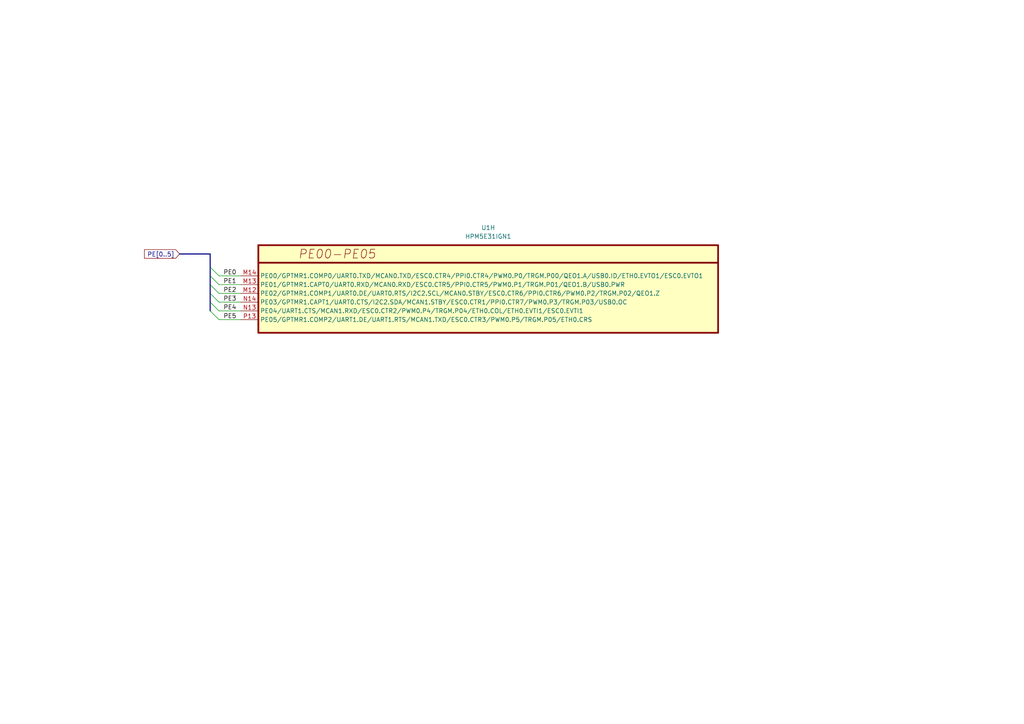
<source format=kicad_sch>
(kicad_sch (version 20250114) (generator "eeschema") (generator_version "9.0")
  (paper "A4")
  (lib_symbols
    (symbol "HPM5E00_Library:HPM5E31IGN1"
      (property "Reference" "U" (at 2.54 1.27 0))
      (property "Value" "HPM5E31IGN1" (at 12.7 1.27 0))
      (symbol "HPM5E31IGN1_1_1"
        (rectangle (start 0 0) (end 35.56 -60.96) (stroke (width 0.508)) (fill (type background)))
        (polyline (pts (xy 0 -40.64) (xy 35.56 -40.64)) (stroke (width 0.508)))
        (polyline (pts (xy 9.525 -6.35) (xy 15.24 -6.35) (xy 15.24 -10.16) (xy 14.605 -9.525) (xy 15.24 -10.16) (xy 15.875 -9.525)))
        (rectangle (start 11.43 -11.43) (end 19.05 -13.97))
        (polyline (pts (xy 15.24 -15.24) (xy 15.24 -19.05) (xy 9.525 -19.05) (xy 10.16 -18.415) (xy 9.525 -19.05) (xy 10.16 -19.685)))
        (text "DCDC_Domain" (at 10.16 -2.54 0) (effects (font (size 1.778 1.778))))
        (text "Analog_Domain" (at 11.43 -44.45 0) (effects (font (size 1.778 1.778))))
        (text "DCDC" (at 15.24 -12.7 0) (effects (font (size 1.27 1.27))))
        (pin power_in line (at -5.08 -6.35 0) (length 5.08) (name "DCDC_IN") (number "M1"))
        (pin power_in line (at -5.08 -8.89 0) (length 5.08) (name "DCDC_IN") (number "M2"))
        (pin power_in line (at -5.08 -16.51 0) (length 5.08) (name "DCDC_LP") (number "N2"))
        (pin power_in line (at -5.08 -19.05 0) (length 5.08) (name "DCDC_LP") (number "P3"))
        (pin power_in line (at -5.08 -27.94 0) (length 5.08) (name "DCDC_GND") (number "N1"))
        (pin power_in line (at -5.08 -30.48 0) (length 5.08) (name "DCDC_GND") (number "P2"))
        (pin power_in line (at -5.08 -48.26 0) (length 5.08) (name "VANA") (number "J9"))
        (pin power_in line (at -5.08 -55.88 0) (length 5.08) (name "VSSA") (number "H8"))
        (pin power_in line (at 40.64 -6.35 180) (length 5.08) (name "VDD_SOC") (number "F6"))
        (pin power_in line (at 40.64 -8.89 180) (length 5.08) (name "VDD_SOC") (number "F9"))
        (pin power_in line (at 40.64 -11.43 180) (length 5.08) (name "VDD_SOC") (number "G6"))
        (pin power_in line (at 40.64 -13.97 180) (length 5.08) (name "VDD_SOC") (number "G9"))
        (pin power_in line (at 40.64 -16.51 180) (length 5.08) (name "VDD_SOC") (number "H9"))
        (pin power_in line (at 40.64 -48.26 180) (length 5.08) (name "VREFH") (number "K9"))
        (pin power_in line (at 40.64 -55.88 180) (length 5.08) (name "VREFL") (number "J8"))
      )
      (symbol "HPM5E31IGN1_2_1"
        (rectangle (start 0 0) (end 35.56 -27.94) (stroke (width 0.508)) (fill (type background)))
        (pin power_in line (at -5.08 -5.08 0) (length 5.08) (name "VSS") (number "A1"))
        (pin power_in line (at -5.08 -7.62 0) (length 5.08) (name "VSS") (number "A14"))
        (pin power_in line (at -5.08 -10.16 0) (length 5.08) (name "VSS") (number "E5"))
        (pin power_in line (at -5.08 -12.7 0) (length 5.08) (name "VSS") (number "E10"))
        (pin power_in line (at -5.08 -15.24 0) (length 5.08) (name "VSS") (number "F7"))
        (pin power_in line (at -5.08 -17.78 0) (length 5.08) (name "VSS") (number "F8"))
        (pin power_in line (at -5.08 -20.32 0) (length 5.08) (name "VSS") (number "G7"))
        (pin power_in line (at -5.08 -22.86 0) (length 5.08) (name "VSS") (number "G8"))
        (pin power_in line (at 40.64 -5.08 180) (length 5.08) (name "VSS") (number "H7"))
        (pin power_in line (at 40.64 -7.62 180) (length 5.08) (name "VSS") (number "J7"))
        (pin power_in line (at 40.64 -10.16 180) (length 5.08) (name "VSS") (number "K5"))
        (pin power_in line (at 40.64 -12.7 180) (length 5.08) (name "VSS") (number "K10"))
        (pin power_in line (at 40.64 -15.24 180) (length 5.08) (name "VSS") (number "N3"))
        (pin power_in line (at 40.64 -17.78 180) (length 5.08) (name "VSS") (number "P1"))
        (pin power_in line (at 40.64 -20.32 180) (length 5.08) (name "VSS") (number "P14"))
      )
      (symbol "HPM5E31IGN1_3_1"
        (rectangle (start 0 0) (end 35.56 -45.72) (stroke (width 0.508)) (fill (type background)))
        (polyline (pts (xy 0 -25.4) (xy 35.56 -25.4)) (stroke (width 0.508)))
        (pin input line (at -5.08 -6.35 0) (length 5.08) (name "XTALI") (number "K14"))
        (pin input line (at -5.08 -16.51 0) (length 5.08) (name "XTALO") (number "K13"))
        (pin input line (at -5.08 -33.02 0) (length 5.08) (name "USB0_VBUS") (number "L12"))
        (pin input line (at 40.64 -6.35 180) (length 5.08) (name "RSTN") (number "M3"))
        (pin input line (at 40.64 -16.51 180) (length 5.08) (name "WKUP") (number "L3"))
        (pin input line (at 40.64 -33.02 180) (length 5.08) (name "USB0_DP") (number "L14"))
        (pin input line (at 40.64 -39.37 180) (length 5.08) (name "USB0_DN") (number "L13"))
      )
      (symbol "HPM5E31IGN1_4_1"
        (rectangle (start 0 0) (end 107.95 -96.52) (stroke (width 0.508)) (fill (type background)))
        (polyline (pts (xy 0 -17.78) (xy 107.95 -17.78)) (stroke (width 0.508)))
        (polyline (pts (xy 0 -46.99) (xy 107.95 -46.99)) (stroke (width 0.508) (type dash)))
        (text "PA00-PA09" (at 27.94 -15.24 0) (effects (font (size 2.54 2.54) (italic yes))))
        (text "PA16-PA31" (at 27.94 -49.53 0) (effects (font (size 2.54 2.54) (italic yes))))
        (pin input line (at -5.08 -3.81 0) (length 5.08) (name "VIO_B01") (number "E6"))
        (pin input line (at -5.08 -6.35 0) (length 5.08) (name "VIO_B01") (number "E7"))
        (pin input line (at -5.08 -8.89 0) (length 5.08) (name "VIO_B01") (number "E8"))
        (pin input line (at -5.08 -11.43 0) (length 5.08) (name "VIO_B01") (number "E9"))
        (pin input line (at -5.08 -13.97 0) (length 5.08) (name "VIO_B01") (number "K6"))
        (pin input line (at -5.08 -21.59 0) (length 5.08) (name "PA00/GPTMR1.COMP0/UART0.TXD/MCAN0.TXD/PWM0.P0/TRGM.P00/SYSCTL.CLK_OBS0") (number "G2"))
        (pin input line (at -5.08 -24.13 0) (length 5.08) (name "PA01/GPTMR1.CAPT0/UART0.RXD/MCAN0.RXD/PWM0.P1/TRGM.P01/SYSCTL.CLK_OBS2") (number "G3"))
        (pin input line (at -5.08 -26.67 0) (length 5.08) (name "PA02/GPTMR1.COMP1/UART0.DE/UART0.RTS/I2C2.SCL/MCAN0.STBY/PWM0.P2/TRGM.P02/SYSCTL.CLK_OBS1") (number "G4"))
        (pin input line (at -5.08 -29.21 0) (length 5.08) (name "PA03/GPTMR1.CAPT1/UART0.CTS/I2C2.SDA/MCAN1.STBY/PWM0.P3/TRGM.P03/SYSCTL.CLK_OBS3") (number "G5"))
        (pin input line (at -5.08 -31.75 0) (length 5.08) (name "PA04/UART1.CTS/SPI1.SCLK/MCAN1.RXD/PWM0.P4/TRGM.P04/JTAG.TDO") (number "F2"))
        (pin input line (at -5.08 -34.29 0) (length 5.08) (name "PA05/GPTMR1.COMP2/UART1.DE/UART1.RTS/SPI1.CS0/MCAN1.TXD/PWM0.P5/TRGM.P05/JTAG.TDI") (number "F3"))
        (pin input line (at -5.08 -36.83 0) (length 5.08) (name "PA06/GPTMR0.CAPT0/UART1.RXD/I2C3.SDA/SPI1.MISO/PWM0.P6/TRGM.P06/JTAG.TCK") (number "F4"))
        (pin input line (at -5.08 -39.37 0) (length 5.08) (name "PA07/GPTMR0.COMP0/UART1.TXD/I2C3.SCL/SPI1.MOSI/PWM0.P7/TRGM.P07/JTAG.TMS") (number "F5"))
        (pin input line (at -5.08 -41.91 0) (length 5.08) (name "PA08/GPTMR0.COMP1/UART2.TXD/I2C0.SCL/MCAN2.TXD/PWM1.P0/TRGM.P08/JTAG.TRST") (number "G1"))
        (pin input line (at -5.08 -44.45 0) (length 5.08) (name "PA09/GPTMR0.CAPT1/UART2.RXD/I2C0.SDA/MCAN2.RXD/ESC0.REFCK/PWM1.P1/TRGM.P09") (number "F1"))
        (pin input line (at -5.08 -53.34 0) (length 5.08) (name "PA16/GPTMR3.COMP0/UART4.TXD/ESC0.P0_RXDV/QEO1.A/SDM0.DAT3/EUI0.CK") (number "L1"))
        (pin input line (at -5.08 -55.88 0) (length 5.08) (name "PA17/GPTMR3.CAPT0/UART4.RXD/ESC0.P0_RXD0/QEO1.B/SDM0.CLK3/EUI0.SH") (number "L2"))
        (pin input line (at -5.08 -58.42 0) (length 5.08) (name "PA18/GPTMR3.COMP1/UART4.DE/UART4.RTS/ESC0.P0_RXD1/QEO1.Z/SDM0.DAT2/EUI0.DI") (number "K1"))
        (pin input line (at -5.08 -60.96 0) (length 5.08) (name "PA19/GPTMR3.CAPT1/UART4.CTS/SPI3.CS3/ESC0.P0_RXD2/SDM0.CLK2/EUI0.DO") (number "K2"))
        (pin input line (at -5.08 -63.5 0) (length 5.08) (name "PA20/UART5.CTS/SPI2.SCLK/ESC0.P0_RXD3/SDM0.DAT1") (number "J1"))
        (pin input line (at -5.08 -66.04 0) (length 5.08) (name "PA21/GPTMR3.COMP2/UART5.DE/UART5.RTS/SPI2.CS0/ESC0.P0_RXCK/QEO0.Z/SDM0.CLK1/OWR0.DAT") (number "J2"))
        (pin input line (at -5.08 -68.58 0) (length 5.08) (name "PA22/GPTMR2.CAPT0/UART5.RXD/SPI2.MISO/ETH0.TXER/QEO0.B/SDM0.DAT0/OWR1.DAT") (number "H1"))
        (pin input line (at -5.08 -71.12 0) (length 5.08) (name "PA23/GPTMR2.COMP0/UART5.TXD/SPI2.MOSI/ESC0.P0_RXER/ETH0.RXER/QEO0.A/SDM0.CLK0") (number "H2"))
        (pin input line (at -5.08 -73.66 0) (length 5.08) (name "PA24/GPTMR2.COMP1/UART6.TXD/SPI3.CS2/ESC0.P0_TXCK") (number "K3"))
        (pin input line (at -5.08 -76.2 0) (length 5.08) (name "PA25/GPTMR2.CAPT1/UART6.RXD/SPI3.CS1/ESC0.P0_TXD0/ESC0.CTR0") (number "K4"))
        (pin input line (at -5.08 -78.74 0) (length 5.08) (name "PA26/GPTMR2.COMP2/UART6.DE/UART6.RTS/SPI3.SCLK/ESC0.P0_TXD1/QEI1.H1/EWDG0.RST") (number "J3"))
        (pin input line (at -5.08 -81.28 0) (length 5.08) (name "PA27/UART6.CTS/SPI3.CS0/ESC0.P0_TXD2/QEI1.F") (number "J4"))
        (pin input line (at -5.08 -83.82 0) (length 5.08) (name "PA28/UART7.CTS/SPI3.MISO/ESC0.P0_TXD3/ESC0.CTR1/QEI1.H0") (number "J5"))
        (pin input line (at -5.08 -86.36 0) (length 5.08) (name "PA29/GPTMR3.COMP3/UART7.DE/UART7.RTS/SPI3.MOSI/ESC0.P0_TXEN/QEI1.Z") (number "H3"))
        (pin input line (at -5.08 -88.9 0) (length 5.08) (name "PA30/UART7.RXD/SPI3.DAT2/ESC0.MDIO/ETH0.MDIO/QEI1.A") (number "H4"))
        (pin input line (at -5.08 -91.44 0) (length 5.08) (name "PA31/GPTMR2.COMP3/UART7.TXD/SPI3.DAT3/ESC0.MDC/ETH0.MDC/QEI1.B") (number "H5"))
      )
      (symbol "HPM5E31IGN1_5_1"
        (rectangle (start 0 0) (end 95.25 -67.31) (stroke (width 0.508)) (fill (type background)))
        (polyline (pts (xy 0 -6.35) (xy 95.25 -6.35)) (stroke (width 0.508)))
        (polyline (pts (xy 0 -39.37) (xy 95.25 -39.37)) (stroke (width 0.508) (type dash)))
        (text "PB00-PB11" (at 26.67 -3.81 0) (effects (font (size 2.54 2.54) (italic yes))))
        (text "PB24-PB31" (at 26.67 -41.91 0) (effects (font (size 2.54 2.54) (italic yes))))
        (pin input line (at -5.08 -8.89 0) (length 5.08) (name "PB00/MCAN0.TXD/ESC0.P0_RXDV/PWM0.P0/TRGM.P00/ETH0.RXDV/QEO1.A") (number "E1"))
        (pin input line (at -5.08 -11.43 0) (length 5.08) (name "PB01/MCAN0.RXD/ESC0.P0_RXD0/PWM0.P1/TRGM.P01/ETH0.RXD0/QEO1.B") (number "E2"))
        (pin input line (at -5.08 -13.97 0) (length 5.08) (name "PB02/I2C2.SCL/MCAN0.STBY/ESC0.P0_RXD1/PWM0.P2/TRGM.P02/ETH0.RXD1/QEI0.H1/QEO1.Z") (number "D1"))
        (pin input line (at -5.08 -16.51 0) (length 5.08) (name "PB03/I2C2.SDA/MCAN1.STBY/ESC0.P0_RXD2/PWM0.P3/TRGM.P03/ETH0.RXD2/QEI0.F") (number "D2"))
        (pin input line (at -5.08 -19.05 0) (length 5.08) (name "PB04/MCAN1.RXD/ESC0.P0_RXD3/PWM0.P4/TRGM.P04/ETH0.RXD3/QEI0.H0") (number "C1"))
        (pin input line (at -5.08 -21.59 0) (length 5.08) (name "PB05/MCAN1.TXD/ESC0.P0_RXCK/PWM0.P5/TRGM.P05/ETH0.RXCK/QEI0.Z/QEO0.Z") (number "C2"))
        (pin input line (at -5.08 -24.13 0) (length 5.08) (name "PB06/I2C3.SDA/ESC0.P0_TXCK/PWM0.P6/TRGM.P06/ETH0.TXCK/QEI0.B/QEO0.B") (number "E3"))
        (pin input line (at -5.08 -26.67 0) (length 5.08) (name "PB07/I2C3.SCL/ESC0.P0_TXD0/PWM0.P7/TRGM.P07/ETH0.TXD0/QEI0.A/QEO0.A") (number "E4"))
        (pin input line (at -5.08 -29.21 0) (length 5.08) (name "PB08/I2C0.SCL/MCAN2.TXD/ESC0.P0_TXD1/PWM1.P0/TRGM.P08/ETH0.TXD1") (number "D3"))
        (pin input line (at -5.08 -31.75 0) (length 5.08) (name "PB09/I2C0.SDA/MCAN2.RXD/ESC0.P0_TXD2/PWM1.P1/TRGM.P09/ETH0.TXD2") (number "D4"))
        (pin input line (at -5.08 -34.29 0) (length 5.08) (name "PB10/MCAN2.STBY/ESC0.P0_TXD3/PWM1.P2/TRGM.P10/ETH0.TXD3") (number "C3"))
        (pin input line (at -5.08 -36.83 0) (length 5.08) (name "PB11/ESC0.P0_TXEN/PWM1.P3/TRGM.P11/ETH0.TXEN") (number "C4"))
        (pin input line (at -5.08 -45.72 0) (length 5.08) (name "PB24/ESC0.CTR4/XPI0.CA_CS1/SDM0.CLK3/ETH0.EVTI0/ESC0.EVTI0") (number "A2"))
        (pin input line (at -5.08 -48.26 0) (length 5.08) (name "PB25/ESC0.CTR5/XPI0.CA_DQS/SDM0.DAT3/ETH0.EVTO0/ESC0.EVTO0") (number "B1"))
        (pin input line (at -5.08 -50.8 0) (length 5.08) (name "PB26/ESC0.CTR6/XPI0.CA_D2/QEI1.H1/SDM0.CLK2/ETH0.EVTI1/EUI1.CK/ESC0.EVTI1") (number "A3"))
        (pin input line (at -5.08 -53.34 0) (length 5.08) (name "PB27/ESC0.CTR7/XPI0.CA_D0/QEI1.F/SDM0.DAT2/EUI1.SH") (number "B2"))
        (pin input line (at -5.08 -55.88 0) (length 5.08) (name "PB28/ESC0.CTR8/XPI0.CA_D1/QEI1.H0/SDM0.CLK1/EUI1.DI") (number "A4"))
        (pin input line (at -5.08 -58.42 0) (length 5.08) (name "PB29/XPI0.CA_SCLK/QEI1.Z/SDM0.DAT1/ETH0.EVTO1/EUI1.DO/ESC0.EVTO1") (number "B3"))
        (pin input line (at -5.08 -60.96 0) (length 5.08) (name "PB30/ESC0.CTR7/XPI0.CA_CS0/QEI1.A/SDM0.CLK0") (number "A5"))
        (pin input line (at -5.08 -63.5 0) (length 5.08) (name "PB31/ESC0.CTR8/XPI0.CA_D3/QEI1.B/SDM0.DAT0") (number "B4"))
      )
      (symbol "HPM5E31IGN1_6_1"
        (rectangle (start 0 0) (end 187.96 -93.98) (stroke (width 0.508)) (fill (type background)))
        (polyline (pts (xy 0 -6.35) (xy 187.96 -6.35)) (stroke (width 0.508)))
        (text "PC00-PC31" (at 22.86 -3.81 0) (effects (font (size 2.54 2.54) (italic yes))))
        (pin input line (at -5.08 -10.16 0) (length 5.08) (name "PC00/GPTMR1.COMP0/UART0.TXD/MCAN0.TXD/ESC0.GPI63/ESC0.GPO00/PPI0.DQ24/XPI0.CB_CS0/PWM0.P0/TRGM.P00/ESC0.GPI15/OWR0.DAT") (number "B5"))
        (pin input line (at -5.08 -12.7 0) (length 5.08) (name "PC01/GPTMR1.CAPT0/UART0.RXD/MCAN0.RXD/ESC0.GPI62/ESC0.GPO01/PPI0.DQ25/XPI0.CB_D1/PWM0.P1/TRGM.P01/ESC0.GPI14/OWR1.DAT") (number "A6"))
        (pin input line (at -5.08 -15.24 0) (length 5.08) (name "PC02/GPTMR1.COMP1/UART0.DE/UART0.RTS/I2C2.SCL/MCAN0.STBY/ESC0.GPI61/ESC0.GPO02/PPI0.DQ22/XPI0.CB_D2/PWM0.P2/TRGM.P02/ESC0.GPI13/QEI0.H1") (number "B6"))
        (pin input line (at -5.08 -17.78 0) (length 5.08) (name "PC03/GPTMR1.CAPT1/UART0.CTS/I2C2.SDA/SPI1.CS3/MCAN1.STBY/ESC0.GPI60/ESC0.GPO03/PPI0.DQ26/XPI0.CB_D3/PWM0.P3/TRGM.P03/ESC0.GPI12/QEI0.F") (number "A7"))
        (pin input line (at -5.08 -20.32 0) (length 5.08) (name "PC04/UART1.CTS/SPI0.SCLK/MCAN1.RXD/ESC0.GPI59/ESC0.GPO04/PPI0.DQ27/XPI0.CB_SCLK/PWM0.P4/TRGM.P04/ESC0.GPI11/QEI0.H0") (number "B7"))
        (pin input line (at -5.08 -22.86 0) (length 5.08) (name "PC05/GPTMR1.COMP2/UART1.DE/UART1.RTS/SPI0.CS0/MCAN1.TXD/ESC0.GPI58/ESC0.GPO05/PPI0.DQ28/XPI0.CA_CS0/PWM0.P5/TRGM.P05/ESC0.GPI10/QEI0.Z/QEO0.Z") (number "A8"))
        (pin input line (at -5.08 -25.4 0) (length 5.08) (name "PC06/GPTMR0.CAPT0/UART1.RXD/I2C3.SDA/SPI0.MISO/ESC0.GPI57/ESC0.GPO06/PPI0.DQ29/XPI0.CA_D1/PWM0.P6/TRGM.P06/ESC0.GPI09/QEI0.B/QEO0.B") (number "B8"))
        (pin input line (at -5.08 -27.94 0) (length 5.08) (name "PC07/GPTMR0.COMP0/UART1.TXD/I2C3.SCL/SPI0.MOSI/ESC0.GPI56/ESC0.GPO07/PPI0.DQ30/XPI0.CA_D3/PWM0.P7/TRGM.P07/ESC0.GPI08/QEI0.A/QEO0.A") (number "A9"))
        (pin input line (at -5.08 -30.48 0) (length 5.08) (name "PC08/GPTMR0.COMP1/UART2.TXD/I2C0.SCL/SPI1.CS2/MCAN2.TXD/ESC0.GPI55/ESC0.GPO08/PPI0.DQ31/XPI0.CA_SCLK/PWM1.P0/TRGM.P08/ESC0.GPI07") (number "B9"))
        (pin input line (at -5.08 -33.02 0) (length 5.08) (name "PC09/GPTMR0.CAPT1/UART2.RXD/I2C0.SDA/SPI1.CS1/MCAN2.RXD/ESC0.GPI54/ESC0.GPO09/PPI0.DQ23/XPI0.CB_CS1/PWM1.P1/TRGM.P09/ESC0.GPI06/QEI1.H1/ESC0.CTR0") (number "C5"))
        (pin input line (at -5.08 -35.56 0) (length 5.08) (name "PC10/GPTMR0.COMP2/UART2.DE/UART2.RTS/SPI1.SCLK/MCAN2.STBY/ESC0.GPI53/ESC0.GPO10/PPI0.DQ20/XPI0.CB_D0/PWM1.P2/TRGM.P10/ESC0.GPI05/QEI1.F/ESC0.CTR1") (number "D5"))
        (pin input line (at -5.08 -38.1 0) (length 5.08) (name "PC11/UART2.CTS/SPI1.CS0/ESC0.GPI52/ESC0.GPO11/PPI0.DQ21/XPI0.CB_DQS/PWM1.P3/TRGM.P11/ESC0.GPI04/QEI1.H0/ESC0.CTR2") (number "C6"))
        (pin input line (at -5.08 -40.64 0) (length 5.08) (name "PC12/UART3.CTS/I2C1.SDA/SPI1.MISO/ESC0.GPI51/ESC0.GPO12/PPI0.DM2/XPI0.CA_D2/PWM1.P4/TRGM.P12/ESC0.GPI03/QEI1.Z/QEO1.Z/ESC0.CTR3") (number "D6"))
        (pin input line (at -5.08 -43.18 0) (length 5.08) (name "PC13/GPTMR1.COMP3/UART3.DE/UART3.RTS/I2C1.SCL/SPI1.MOSI/MCAN3.STBY/ESC0.GPI50/ESC0.GPO13/PPI0.DQ18/XPI0.CA_CS1/PWM1.P5/TRGM.P13/ESC0.GPI02/QEI1.A/QEO1.A/ESC0.CTR4") (number "C7"))
        (pin input line (at -5.08 -45.72 0) (length 5.08) (name "PC14/UART3.RXD/SPI1.DAT2/MCAN3.RXD/ESC0.GPI49/ESC0.GPO14/PPI0.DQ19/PWM1.P6/TRGM.P14/ESC0.GPI01/QEI1.B/QEO1.B/ESC0.CTR5") (number "D7"))
        (pin input line (at -5.08 -48.26 0) (length 5.08) (name "PC15/GPTMR0.COMP3/UART3.TXD/SPI1.DAT3/MCAN3.TXD/ESC0.GPI48/ESC0.GPO15/PPI0.DM3/XPI0.CA_D0/PWM1.P7/TRGM.P15/ESC0.GPI00/ESC0.CTR6") (number "C8"))
        (pin input line (at -5.08 -50.8 0) (length 5.08) (name "PC16/GPTMR3.COMP0/UART4.TXD/ESC0.GPI47/ESC0.GPO16/PPI0.DQ16/XPI0.CA_DQS/ESC0.CTR7") (number "D8"))
        (pin input line (at -5.08 -53.34 0) (length 5.08) (name "PC17/GPTMR3.CAPT0/UART4.RXD/ESC0.GPI46/ESC0.GPO17/PPI0.DQ17/ESC0.CTR8") (number "C9"))
        (pin input line (at -5.08 -55.88 0) (length 5.08) (name "PC18/GPTMR3.COMP1/UART4.DE/UART4.RTS/ESC0.GPI45/ESC0.GPO18/PPI0.DQ04/ESC0.CTR0") (number "A10"))
        (pin input line (at -5.08 -58.42 0) (length 5.08) (name "PC19/GPTMR3.CAPT1/UART4.CTS/SPI2.CS3/ESC0.GPI44/ESC0.GPO19/PPI0.DQ05/ESC0.CTR1") (number "B10"))
        (pin input line (at -5.08 -60.96 0) (length 5.08) (name "PC20/UART5.CTS/SPI3.SCLK/ESC0.GPI43/ESC0.GPO20/PPI0.DQ06/ESC0.CTR2") (number "A11"))
        (pin input line (at -5.08 -63.5 0) (length 5.08) (name "PC21/GPTMR3.COMP2/UART5.DE/UART5.RTS/SPI3.CS0/ESC0.GPI42/ESC0.GPO21/PPI0.DQ07/ESC0.CTR3/QEO1.Z") (number "B11"))
        (pin input line (at -5.08 -66.04 0) (length 5.08) (name "PC22/GPTMR2.CAPT0/UART5.RXD/SPI3.MISO/ESC0.GPI41/ESC0.GPO22/PPI0.CTR2/QEO1.B") (number "A12"))
        (pin input line (at -5.08 -68.58 0) (length 5.08) (name "PC23/GPTMR2.COMP0/UART5.TXD/SPI3.MOSI/ESC0.GPI40/ESC0.GPO23/PPI0.DQ08/QEO1.A") (number "A13"))
        (pin input line (at -5.08 -71.12 0) (length 5.08) (name "PC24/GPTMR2.COMP1/UART6.TXD/SPI2.CS2/ESC0.GPI39/ESC0.GPO24/PPI0.DQ09") (number "B14"))
        (pin input line (at -5.08 -73.66 0) (length 5.08) (name "PC25/GPTMR2.CAPT1/UART6.RXD/SPI2.CS1/ESC0.GPI38/ESC0.GPO25/PPI0.DQ11") (number "C14"))
        (pin input line (at -5.08 -76.2 0) (length 5.08) (name "PC26/GPTMR2.COMP2/UART6.DE/UART6.RTS/SPI2.SCLK/ESC0.GPI37/ESC0.GPO26/PPI0.DQ12/QEI1.H1") (number "D14"))
        (pin input line (at -5.08 -78.74 0) (length 5.08) (name "PC27/UART6.CTS/SPI2.CS0/ESC0.GPI36/ESC0.GPO27/PPI0.CTR0/ESC0.CTR4/QEI1.F") (number "D13"))
        (pin input line (at -5.08 -81.28 0) (length 5.08) (name "PC28/UART7.CTS/SPI2.MISO/ESC0.GPI35/ESC0.GPO28/PPI0.DM0/ESC0.CTR5/QEI1.H0") (number "E14"))
        (pin input line (at -5.08 -83.82 0) (length 5.08) (name "PC29/GPTMR3.COMP3/UART7.DE/UART7.RTS/SPI2.MOSI/ESC0.GPI34/ESC0.GPO29/PPI0.CLK/ESC0.CTR6/QEI1.Z/SOC.REF0") (number "E13"))
        (pin input line (at -5.08 -86.36 0) (length 5.08) (name "PC30/UART7.RXD/SPI2.DAT2/ESC0.GPI33/ESC0.GPO30/PPI0.CS0/ESC0.CTR7/QEI1.A/SOC.REF1") (number "F14"))
        (pin input line (at -5.08 -88.9 0) (length 5.08) (name "PC31/GPTMR2.COMP3/UART7.TXD/SPI2.DAT3/ESC0.GPI32/ESC0.GPO31/PPI0.CS1/ESC0.CTR8/QEI1.B") (number "F13"))
      )
      (symbol "HPM5E31IGN1_7_1"
        (rectangle (start 0 0) (end 130.81 -92.71) (stroke (width 0.508)) (fill (type background)))
        (polyline (pts (xy 0 -5.08) (xy 130.81 -5.08)) (stroke (width 0.508)))
        (text "PD00-PD31" (at 22.86 -2.54 0) (effects (font (size 2.54 2.54) (italic yes))))
        (pin input line (at -5.08 -8.89 0) (length 5.08) (name "PD00/MCAN0.TXD/ESC0.GPI31/ESC0.GPO32/PPI0.DQ02/PWM0.P0/TRGM.P00/ESC0.REFCK/ESC0.CTR0") (number "D9"))
        (pin input line (at -5.08 -11.43 0) (length 5.08) (name "PD01/MCAN0.RXD/ESC0.GPI30/ESC0.GPO33/PPI0.DQ03/PWM0.P1/TRGM.P01/ESC0.REFCK/ESC0.CTR1") (number "C10"))
        (pin input line (at -5.08 -13.97 0) (length 5.08) (name "PD02/I2C2.SCL/MCAN0.STBY/ESC0.GPI29/ESC0.GPO34/PPI0.DQ00/PWM0.P2/TRGM.P02/ESC0.SCL/QEI0.H1/EWDG1.RST/ESC0.CTR2") (number "D10"))
        (pin input line (at -5.08 -16.51 0) (length 5.08) (name "PD03/I2C2.SDA/MCAN1.STBY/ESC0.GPI28/ESC0.GPO35/PPI0.DQ01/PWM0.P3/TRGM.P03/ESC0.SDA/QEI0.F/ESC0.CTR3") (number "C11"))
        (pin input line (at -5.08 -19.05 0) (length 5.08) (name "PD04/MCAN1.RXD/ESC0.GPI27/ESC0.GPO36/PPI0.DQ10/PWM0.P4/TRGM.P04/QEI0.H0/ESC0.CTR4") (number "D11"))
        (pin input line (at -5.08 -21.59 0) (length 5.08) (name "PD05/MCAN1.TXD/ESC0.GPI26/ESC0.GPO37/PPI0.DQ13/PWM0.P5/TRGM.P05/QEI0.Z/QEO0.Z/ESC0.CTR5") (number "B12"))
        (pin input line (at -5.08 -24.13 0) (length 5.08) (name "PD06/I2C3.SDA/ESC0.GPI25/ESC0.GPO38/PPI0.DQ14/PWM0.P6/TRGM.P06/QEI0.B/QEO0.B/ESC0.CTR6") (number "C12"))
        (pin input line (at -5.08 -26.67 0) (length 5.08) (name "PD07/I2C3.SCL/ESC0.GPI24/ESC0.GPO39/PPI0.CTR3/PWM0.P7/TRGM.P07/QEI0.A/QEO0.A/ESC0.CTR7") (number "B13"))
        (pin input line (at -5.08 -29.21 0) (length 5.08) (name "PD08/I2C0.SCL/MCAN2.TXD/ESC0.GPI23/ESC0.GPO40/PPI0.CS3/PWM1.P0/TRGM.P08/ESC0.SCL/ESC0.CTR8") (number "C13"))
        (pin input line (at -5.08 -31.75 0) (length 5.08) (name "PD09/I2C0.SDA/MCAN2.RXD/ESC0.GPI22/ESC0.GPO41/PWM1.P1/TRGM.P09/ESC0.SDA") (number "D12"))
        (pin input line (at -5.08 -34.29 0) (length 5.08) (name "PD10/MCAN2.STBY/ESC0.GPI21/ESC0.GPO42/PPI0.CTR1/PWM1.P2/TRGM.P10") (number "E12"))
        (pin input line (at -5.08 -36.83 0) (length 5.08) (name "PD11/ESC0.GPI20/ESC0.GPO43/PPI0.CS2/PWM1.P3/TRGM.P11") (number "E11"))
        (pin input line (at -5.08 -39.37 0) (length 5.08) (name "PD12/I2C1.SDA/ESC0.GPI19/ESC0.GPO44/PPI0.DQ15/PWM1.P4/TRGM.P12") (number "F12"))
        (pin input line (at -5.08 -41.91 0) (length 5.08) (name "PD13/I2C1.SCL/MCAN3.STBY/ESC0.GPI18/ESC0.GPO45/PPI0.DM1/PWM1.P5/TRGM.P13") (number "F11"))
        (pin input line (at -5.08 -44.45 0) (length 5.08) (name "PD14/MCAN3.RXD/ESC0.GPI17/ESC0.GPO46/PPI0.DQ08/PWM1.P6/TRGM.P14/ESC0.REFCK/SYSCTL.CLK_OBS3") (number "G14"))
        (pin input line (at -5.08 -46.99 0) (length 5.08) (name "PD15/MCAN3.TXD/ESC0.GPI16/ESC0.GPO47/PPI0.DM1/PWM1.P7/TRGM.P15/ESC0.REFCK/SYSCTL.CLK_OBS2") (number "G13"))
        (pin input line (at -5.08 -49.53 0) (length 5.08) (name "PD16/ESC0.GPI15/ESC0.GPO48/PPI0.DQ10/ESC0.GPO00/SYSCTL.CLK_OBS0/ESC0.P2_RXDV") (number "G12"))
        (pin input line (at -5.08 -52.07 0) (length 5.08) (name "PD17/ESC0.GPI14/ESC0.GPO49/PPI0.DQ09/ESC0.GPO01/SYSCTL.CLK_OBS1/ESC0.P2_RXD0") (number "H14"))
        (pin input line (at -5.08 -54.61 0) (length 5.08) (name "PD18/ESC0.GPI13/ESC0.GPO50/PPI0.DQ12/ESC0.GPO02/ESC0.P2_RXD1") (number "H13"))
        (pin input line (at -5.08 -57.15 0) (length 5.08) (name "PD19/ESC0.GPI12/ESC0.GPO51/PPI0.DQ11/ESC0.GPO03/ESC0.P2_RXD2") (number "H12"))
        (pin input line (at -5.08 -59.69 0) (length 5.08) (name "PD20/ESC0.GPI11/ESC0.GPO52/PPI0.DQ14/ESC0.GPO04/ESC0.P2_RXD3") (number "J14"))
        (pin input line (at -5.08 -62.23 0) (length 5.08) (name "PD21/ESC0.GPI10/ESC0.GPO53/PPI0.DQ13/ESC0.GPO05/QEO1.Z/ESC0.P2_RXCK") (number "J13"))
        (pin input line (at -5.08 -64.77 0) (length 5.08) (name "PD22/ESC0.GPI09/ESC0.GPO54/PPI0.DQ15/ESC0.GPO06/QEO1.B/ESC0.P2_RXER") (number "J12"))
        (pin input line (at -5.08 -67.31 0) (length 5.08) (name "PD23/ESC0.GPI08/ESC0.GPO55/PPI0.DM0/ESC0.GPO07/QEO1.A/ESC0.P2_TXCK") (number "F10"))
        (pin input line (at -5.08 -69.85 0) (length 5.08) (name "PD24/ESC0.GPI07/ESC0.GPO56/PPI0.DQ06/ESC0.GPO08/SDM0.DAT3/ESC0.P2_TXD0") (number "G11"))
        (pin input line (at -5.08 -72.39 0) (length 5.08) (name "PD25/ESC0.GPI06/ESC0.GPO57/PPI0.DQ07/ESC0.GPO09/SDM0.CLK3/OWR0.DAT/ESC0.P2_TXD1") (number "G10"))
        (pin input line (at -5.08 -74.93 0) (length 5.08) (name "PD26/ESC0.GPI05/ESC0.GPO58/PPI0.DQ05/ESC0.GPO10/QEI1.H1/SDM0.CLK2/OWR1.DAT/ESC0.P2_TXD2") (number "H11"))
        (pin input line (at -5.08 -77.47 0) (length 5.08) (name "PD27/ESC0.GPI04/ESC0.GPO59/PPI0.DQ04/ESC0.GPO11/QEI1.F/SDM0.DAT2/ESC0.P2_TXD3") (number "H10"))
        (pin input line (at -5.08 -80.01 0) (length 5.08) (name "PD28/ESC0.GPI03/ESC0.GPO60/PPI0.DQ03/ESC0.GPO12/QEI1.H0/SDM0.CLK1/ESC0.P2_TXEN") (number "J11"))
        (pin input line (at -5.08 -82.55 0) (length 5.08) (name "PD29/ESC0.GPI02/ESC0.GPO61/PPI0.DQ02/ESC0.GPO13/QEI1.Z/SDM0.DAT1/ESC0.REFCK") (number "J10"))
        (pin input line (at -5.08 -85.09 0) (length 5.08) (name "PD30/ESC0.GPI01/ESC0.GPO62/PPI0.DQ01/ESC0.GPO14/QEI1.A/SDM0.CLK0/ESC0.MDIO") (number "K12"))
        (pin input line (at -5.08 -87.63 0) (length 5.08) (name "PD31/ESC0.GPI00/ESC0.GPO63/PPI0.DQ00/ESC0.GPO15/QEI1.B/SDM0.DAT0/ESC0.MDC") (number "K11"))
      )
      (symbol "HPM5E31IGN1_8_1"
        (rectangle (start 0 0) (end 133.35 -25.4) (stroke (width 0.508)) (fill (type background)))
        (polyline (pts (xy 0 -5.08) (xy 133.35 -5.08)) (stroke (width 0.508)))
        (text "PE00-PE05" (at 22.86 -2.54 0) (effects (font (size 2.54 2.54) (italic yes))))
        (pin input line (at -5.08 -8.89 0) (length 5.08) (name "PE00/GPTMR1.COMP0/UART0.TXD/MCAN0.TXD/ESC0.CTR4/PPI0.CTR4/PWM0.P0/TRGM.P00/QEO1.A/USB0.ID/ETH0.EVTO1/ESC0.EVTO1") (number "M14"))
        (pin input line (at -5.08 -11.43 0) (length 5.08) (name "PE01/GPTMR1.CAPT0/UART0.RXD/MCAN0.RXD/ESC0.CTR5/PPI0.CTR5/PWM0.P1/TRGM.P01/QEO1.B/USB0.PWR") (number "M13"))
        (pin input line (at -5.08 -13.97 0) (length 5.08) (name "PE02/GPTMR1.COMP1/UART0.DE/UART0.RTS/I2C2.SCL/MCAN0.STBY/ESC0.CTR6/PPI0.CTR6/PWM0.P2/TRGM.P02/QEO1.Z") (number "M12"))
        (pin input line (at -5.08 -16.51 0) (length 5.08) (name "PE03/GPTMR1.CAPT1/UART0.CTS/I2C2.SDA/MCAN1.STBY/ESC0.CTR1/PPI0.CTR7/PWM0.P3/TRGM.P03/USB0.OC") (number "N14"))
        (pin input line (at -5.08 -19.05 0) (length 5.08) (name "PE04/UART1.CTS/MCAN1.RXD/ESC0.CTR2/PWM0.P4/TRGM.P04/ETH0.COL/ETH0.EVTI1/ESC0.EVTI1") (number "N13"))
        (pin input line (at -5.08 -21.59 0) (length 5.08) (name "PE05/GPTMR1.COMP2/UART1.DE/UART1.RTS/MCAN1.TXD/ESC0.CTR3/PWM0.P5/TRGM.P05/ETH0.CRS") (number "P13"))
      )
      (symbol "HPM5E31IGN1_9_1"
        (rectangle (start 0 0) (end 111.76 -91.44) (stroke (width 0.508)) (fill (type background)))
        (polyline (pts (xy 0 -5.08) (xy 111.76 -5.08)) (stroke (width 0.508)))
        (text "PF00-PF31" (at 22.86 -2.54 0) (effects (font (size 2.54 2.54) (italic yes))))
        (pin input line (at -5.08 -8.89 0) (length 5.08) (name "PF00/MCAN0.TXD/ESC0.MDC/PWM0.P0/TRGM.P00/ETH0.MDC/QEO1.A") (number "N10"))
        (pin input line (at -5.08 -11.43 0) (length 5.08) (name "PF01/MCAN0.RXD/ESC0.MDIO/PWM0.P1/TRGM.P01/ETH0.MDIO/QEO1.B") (number "L10"))
        (pin input line (at -5.08 -13.97 0) (length 5.08) (name "PF02/I2C2.SCL/MCAN0.STBY/ESC0.P1_TXCK/PWM0.P2/TRGM.P02/ETH0.TXCK/QEI0.H1/QEO1.Z/EUI0.CK") (number "P11"))
        (pin input line (at -5.08 -16.51 0) (length 5.08) (name "PF03/I2C2.SDA/MCAN1.STBY/ESC0.P1_TXD0/PWM0.P3/TRGM.P03/ETH0.TXD0/QEI0.F/EUI0.SH") (number "M9"))
        (pin input line (at -5.08 -19.05 0) (length 5.08) (name "PF04/MCAN1.RXD/ESC0.P1_TXD1/PWM0.P4/TRGM.P04/ETH0.TXD1/QEI0.H0/EUI0.DI") (number "M8"))
        (pin input line (at -5.08 -21.59 0) (length 5.08) (name "PF05/MCAN1.TXD/ESC0.P1_TXD2/PWM0.P5/TRGM.P05/ETH0.TXD2/QEI0.Z/QEO0.Z/EUI0.DO") (number "L8"))
        (pin input line (at -5.08 -24.13 0) (length 5.08) (name "PF06/I2C3.SDA/ESC0.P1_TXD3/PWM0.P6/TRGM.P06/ETH0.TXD3/QEI0.B/QEO0.B") (number "P12"))
        (pin input line (at -5.08 -26.67 0) (length 5.08) (name "PF07/I2C3.SCL/ESC0.P1_TXEN/PWM0.P7/TRGM.P07/ETH0.TXEN/QEI0.A/QEO0.A") (number "M11"))
        (pin input line (at -5.08 -29.21 0) (length 5.08) (name "PF08/I2C0.SCL/MCAN2.TXD/ESC0.P1_RXDV/PWM1.P0/TRGM.P08/ETH0.RXDV/EUI1.CK") (number "L11"))
        (pin input line (at -5.08 -31.75 0) (length 5.08) (name "PF09/I2C0.SDA/MCAN2.RXD/ESC0.P1_RXD0/PWM1.P1/TRGM.P09/ETH0.RXD0/EUI1.SH") (number "M10"))
        (pin input line (at -5.08 -34.29 0) (length 5.08) (name "PF10/MCAN2.STBY/ESC0.P1_RXD1/PWM1.P2/TRGM.P10/ETH0.RXD1/EUI1.DI") (number "P10"))
        (pin input line (at -5.08 -36.83 0) (length 5.08) (name "PF11/ESC0.P1_RXD2/PWM1.P3/TRGM.P11/ETH0.RXD2/EUI1.DO") (number "L9"))
        (pin input line (at -5.08 -39.37 0) (length 5.08) (name "PF12/I2C1.SDA/ESC0.P1_RXD3/PWM1.P4/TRGM.P12/ETH0.RXD3/OWR0.DAT") (number "N11"))
        (pin input line (at -5.08 -41.91 0) (length 5.08) (name "PF13/I2C1.SCL/MCAN3.STBY/ESC0.P1_RXCK/PWM1.P5/TRGM.P13/ETH0.RXCK/OWR1.DAT") (number "N12"))
        (pin input line (at -5.08 -44.45 0) (length 5.08) (name "PF14/MCAN3.RXD/ESC0.P1_RXER/PWM1.P6/TRGM.P14/ETH0.RXER") (number "N9"))
        (pin input line (at -5.08 -46.99 0) (length 5.08) (name "PF15/MCAN3.TXD/PWM1.P7/TRGM.P15/ETH0.TXER") (number "P9"))
        (pin input line (at -5.08 -49.53 0) (length 5.08) (name "PF16/SDM0.DAT0/ADC0.IN08/ADC1.IN08/ACMP0_CH0.INN7") (number "N7"))
        (pin input line (at -5.08 -52.07 0) (length 5.08) (name "PF17/SDM0.CLK0/ADC0.IN12/ADC1.IN12/ACMP0_CH1.INN7") (number "P7"))
        (pin input line (at -5.08 -54.61 0) (length 5.08) (name "PF18/SDM0.DAT1/USB0.PWR/ETH0.EVTO0/ESC0.EVTO0/ADC0.IN11/ADC1.IN11/ACMP0_CH1.INP7") (number "P8"))
        (pin input line (at -5.08 -57.15 0) (length 5.08) (name "PF19/SDM0.CLK1/USB0.PWR/ADC0.IN13/ADC1.IN13/ACMP0_CH0.INP7") (number "M5"))
        (pin input line (at -5.08 -59.69 0) (length 5.08) (name "PF20/SDM0.DAT3/USB0.OC/ETH0.EVTO1/ESC0.EVTO1/ADC0.IN03/ADC1.IN03/ACMP0_CH0.INP4/ACMP0_CH1.INP4") (number "N6"))
        (pin input line (at -5.08 -62.23 0) (length 5.08) (name "PF21/SDM0.DAT2/USB0.ID/ETH0.EVTI0/ESC0.EVTI0/ADC0.IN02/ADC1.IN02/ACMP0_CH0.INN4/ACMP0_CH1.INN4") (number "L6"))
        (pin input line (at -5.08 -64.77 0) (length 5.08) (name "PF22/SDM0.CLK2/USB0.ID/ETH0.EVTI1/ESC0.EVTI1/ADC0.IN14/ADC1.IN14/ACMP0_CH0.INN5/ACMP0_CH1.INN5") (number "N8"))
        (pin input line (at -5.08 -67.31 0) (length 5.08) (name "PF23/SDM0.CLK3/USB0.OC/ADC0.IN15/ADC1.IN15/ACMP0_CH0.INN3/ACMP0_CH1.INN3") (number "L5"))
        (pin input line (at -5.08 -69.85 0) (length 5.08) (name "PF24/SDM0.DAT0/ADC0.IN10/ADC1.IN10/ACMP0_CH0.INP5/ACMP0_CH1.INP5") (number "M6"))
        (pin input line (at -5.08 -72.39 0) (length 5.08) (name "PF25/SDM0.CLK0/ADC0.IN09/ADC1.IN09/ACMP0_CH0.INP3/ACMP0_CH1.INP3") (number "L7"))
        (pin input line (at -5.08 -74.93 0) (length 5.08) (name "PF26/SDM0.DAT1/ADC0.IN01/ADC1.IN01/ACMP0_CH0.INN6/ACMP0_CH1.INN6") (number "P6"))
        (pin input line (at -5.08 -77.47 0) (length 5.08) (name "PF27/SDM0.CLK1/ADC0.IN00/ADC1.IN00/ACMP0_CH0.INP6/ACMP0_CH1.INP6") (number "M7"))
        (pin input line (at -5.08 -80.01 0) (length 5.08) (name "PF28/SDM0.DAT3/ADC0.IN05/ADC1.IN05/ACMP0_CH0.INN2/ACMP0_CH1.INN2") (number "P5"))
        (pin input line (at -5.08 -82.55 0) (length 5.08) (name "PF29/SDM0.DAT2/ADC0.IN04/ADC1.IN04/ACMP0_CH0.INP2/ACMP0_CH1.INP2") (number "M4"))
        (pin input line (at -5.08 -85.09 0) (length 5.08) (name "PF30/SDM0.CLK2/ADC0.IN06/ADC1.IN06/ACMP0_CH0.INN1/ACMP0_CH1.INN1") (number "L4"))
        (pin input line (at -5.08 -87.63 0) (length 5.08) (name "PF31/SDM0.CLK3/ADC0.IN07/ADC1.IN07/ACMP0_CH0.INP1/ACMP0_CH1.INP1") (number "N5"))
      )
      (symbol "HPM5E31IGN1_10_1"
        (rectangle (start 0 0) (end 35.56 -19.05) (stroke (width 0.508)) (fill (type background)))
        (pin input line (at -5.08 -5.08 0) (length 5.08) (name "VPMC") (number "N4"))
        (pin input line (at -5.08 -8.89 0) (length 5.08) (name "VPMC") (number "P4"))
        (pin input line (at 40.64 -3.81 180) (length 5.08) (name "VDD_PMCCAP") (number "K7"))
        (pin input line (at 40.64 -7.62 180) (length 5.08) (name "VDD_OTPCAP") (number "K8"))
        (pin input line (at 40.64 -11.43 180) (length 5.08) (name "VDD_PHY0CAP") (number "J6"))
        (pin input line (at 40.64 -15.24 180) (length 5.08) (name "VDD_PHY1CAP") (number "H6"))
      )
    )
  )
  (bus_entry (at 60.96 85.09) (size 2.54 2.54))
  (bus_entry (at 60.96 87.63) (size 2.54 2.54))
  (bus_entry (at 60.96 80.01) (size 2.54 2.54))
  (bus_entry (at 60.96 82.55) (size 2.54 2.54))
  (bus_entry (at 60.96 77.47) (size 2.54 2.54))
  (bus_entry (at 60.96 90.17) (size 2.54 2.54))
  (bus (pts (xy 60.96 73.66) (xy 60.96 77.47)))
  (bus (pts (xy 60.96 77.47) (xy 60.96 80.01)))
  (wire (pts (xy 63.5 82.55) (xy 69.85 82.55)))
  (wire (pts (xy 63.5 92.71) (xy 69.85 92.71)))
  (bus (pts (xy 60.96 85.09) (xy 60.96 87.63)))
  (bus (pts (xy 60.96 87.63) (xy 60.96 90.17)))
  (bus (pts (xy 60.96 82.55) (xy 60.96 85.09)))
  (bus (pts (xy 52.07 73.66) (xy 60.96 73.66)))
  (wire (pts (xy 63.5 87.63) (xy 69.85 87.63)))
  (wire (pts (xy 63.5 80.01) (xy 69.85 80.01)))
  (bus (pts (xy 60.96 80.01) (xy 60.96 82.55)))
  (wire (pts (xy 63.5 90.17) (xy 69.85 90.17)))
  (wire (pts (xy 63.5 85.09) (xy 69.85 85.09)))
  (label "PE4" (at 64.77 90.17 0))
  (label "PE5" (at 64.77 92.71 0))
  (label "PE3" (at 64.77 87.63 0))
  (label "PE1" (at 64.77 82.55 0))
  (label "PE2" (at 64.77 85.09 0))
  (label "PE0" (at 64.77 80.01 0))
  (global_label "PE[0..5]" (shape input) (at 52.07 73.66 180) (property "Intersheetrefs" "${INTERSHEET_REFS}" (effects (hide yes))))
  (symbol (lib_id "HPM5E00_Library:HPM5E31IGN1") (at 74.93 71.12 0) (unit 8)
    (property "Reference" "U1" (at 141.605 66.04 0))
    (property "Value" "HPM5E31IGN1" (at 141.605 68.58 0))
    (property "Footprint" "HPM_footprints:BGA-196_14x14_12.0x12.0mm_P0.8mm" (effects (hide yes)))
    (property "Datasheet" "https://www.hpmicro.com/Public/Uploads/uploadfile/files/20250505/HPM5E00DSV01.pdf" (effects (hide yes)))
    (property "Description" "BGA196" (effects (hide yes)))
  )
)
</source>
